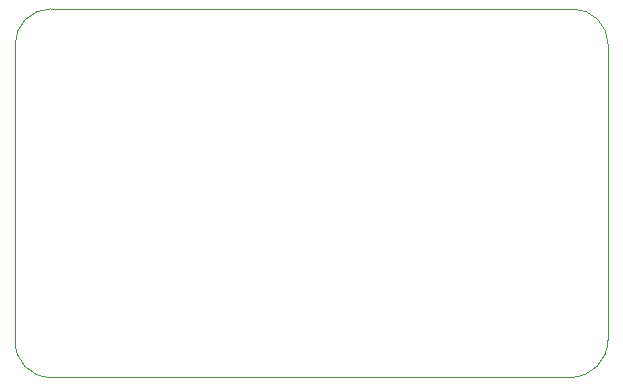
<source format=gm1>
G04 #@! TF.GenerationSoftware,KiCad,Pcbnew,9.0.2-9.0.2-0~ubuntu24.04.1*
G04 #@! TF.CreationDate,2025-05-13T17:43:29+02:00*
G04 #@! TF.ProjectId,RCFavoritControlBoard,52434661-766f-4726-9974-436f6e74726f,rev?*
G04 #@! TF.SameCoordinates,Original*
G04 #@! TF.FileFunction,Profile,NP*
%FSLAX46Y46*%
G04 Gerber Fmt 4.6, Leading zero omitted, Abs format (unit mm)*
G04 Created by KiCad (PCBNEW 9.0.2-9.0.2-0~ubuntu24.04.1) date 2025-05-13 17:43:29*
%MOMM*%
%LPD*%
G01*
G04 APERTURE LIST*
G04 #@! TA.AperFunction,Profile*
%ADD10C,0.050000*%
G04 #@! TD*
G04 APERTURE END LIST*
D10*
X169000000Y-107200000D02*
X125000000Y-107200000D01*
X169200000Y-76000000D02*
G75*
G02*
X172200000Y-79000000I0J-3000000D01*
G01*
X122000000Y-79000000D02*
X122000000Y-104000000D01*
X122000000Y-79000000D02*
G75*
G02*
X125000000Y-76000000I3000000J0D01*
G01*
X125000000Y-107200000D02*
G75*
G02*
X122006645Y-104000443I0J3000000D01*
G01*
X172200000Y-104000000D02*
G75*
G02*
X169000000Y-107200000I-3200000J0D01*
G01*
X172200000Y-79000000D02*
X172200000Y-104000000D01*
X125000000Y-76000000D02*
X169200000Y-76000000D01*
M02*

</source>
